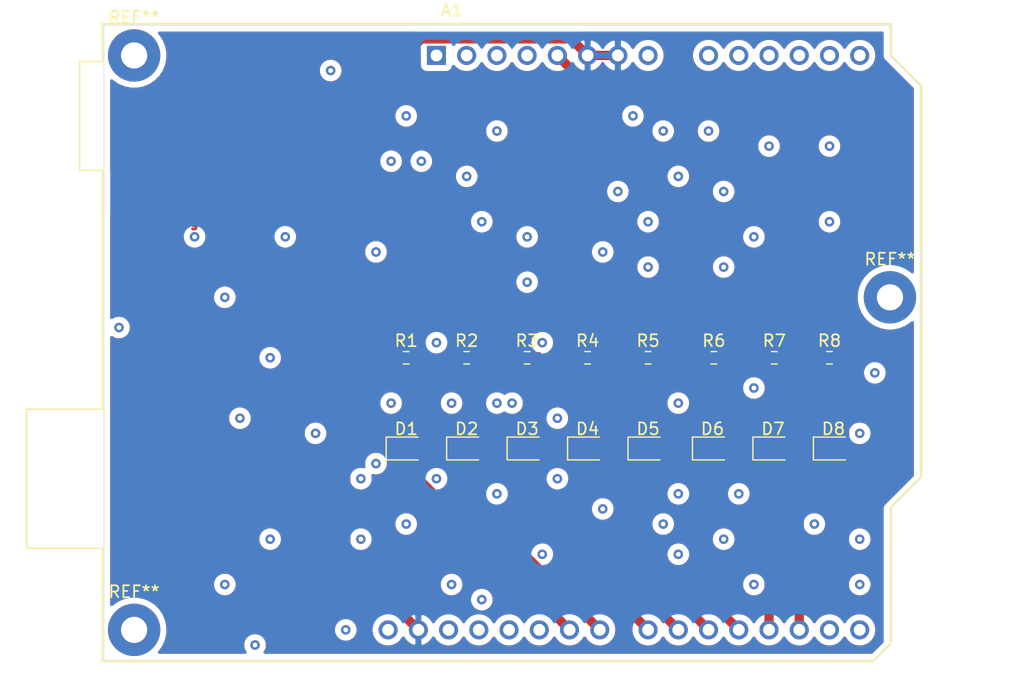
<source format=kicad_pcb>
(kicad_pcb (version 20171130) (host pcbnew "(5.1.10)-1")
  (layers (0 F.Cu signal) (31 B.Cu signal) (34 B.Paste user) (35 F.Paste user) (36 B.SilkS user) (37 F.SilkS user) (38 B.Mask user) (39 F.Mask user) (44 Edge.Cuts user))
  (net 0 "")
  (net 1 "Net-(A1-Pad16)")
  (net 2 "Net-(A1-Pad15)")
  (net 3 "Net-(A1-Pad14)")
  (net 4 "Net-(A1-Pad13)")
  (net 5 "Net-(A1-Pad28)")
  (net 6 "Net-(A1-Pad12)")
  (net 7 "Net-(A1-Pad27)")
  (net 8 "Net-(A1-Pad11)")
  (net 9 "Net-(A1-Pad26)")
  (net 10 "Net-(A1-Pad10)")
  (net 11 "Net-(A1-Pad25)")
  (net 12 "Net-(A1-Pad9)")
  (net 13 "Net-(A1-Pad24)")
  (net 14 "Net-(A1-Pad8)")
  (net 15 "Net-(A1-Pad23)")
  (net 16 GND)
  (net 17 "Net-(A1-Pad22)")
  (net 18 "Net-(A1-Pad21)")
  (net 19 "Net-(A1-Pad5)")
  (net 20 "Net-(A1-Pad20)")
  (net 21 "Net-(A1-Pad4)")
  (net 22 "Net-(A1-Pad19)")
  (net 23 "Net-(A1-Pad3)")
  (net 24 "Net-(A1-Pad18)")
  (net 25 "Net-(A1-Pad2)")
  (net 26 "Net-(A1-Pad17)")
  (net 27 "Net-(A1-Pad1)")
  (net 28 "Net-(A1-Pad30)")
  (net 29 "Net-(D1-Pad2)")
  (net 30 "Net-(D2-Pad2)")
  (net 31 "Net-(D3-Pad2)")
  (net 32 "Net-(D4-Pad2)")
  (net 33 "Net-(D5-Pad2)")
  (net 34 "Net-(D6-Pad2)")
  (net 35 "Net-(D7-Pad2)")
  (net 36 "Net-(D8-Pad2)")
  (module MountingHole:MountingHole_2.2mm_M2_Pad (layer F.Cu) (at 175.26 74.93)
    (fp_text reference REF** (at 0 -3.2) (layer F.SilkS))
    (fp_text value MountingHole_2.2mm_M2_Pad)
    (pad 1 thru_hole circle (at 0 0) (size 4.4 4.4) (drill 2.2) (layers *.Cu *.Mask))
  )
  (module MountingHole:MountingHole_2.2mm_M2_Pad (layer F.Cu) (at 111.76 102.87)
    (fp_text reference REF** (at 0 -3.2) (layer F.SilkS))
    (fp_text value MountingHole_2.2mm_M2_Pad)
    (pad 1 thru_hole circle (at 0 0) (size 4.4 4.4) (drill 2.2) (layers *.Cu *.Mask))
  )
  (module MountingHole:MountingHole_2.2mm_M2_Pad (layer F.Cu) (at 111.76 54.61)
    (fp_text reference REF** (at 0 -3.2) (layer F.SilkS))
    (fp_text value MountingHole_2.2mm_M2_Pad)
    (pad 1 thru_hole circle (at 0 0) (size 4.4 4.4) (drill 2.2) (layers *.Cu *.Mask))
  )
  (module Resistor_SMD:R_0603_1608Metric (layer F.Cu) (at 170.18 80.01)
    (fp_text reference R8 (at 0 -1.43) (layer F.SilkS))
    (fp_text value 247)
    (fp_line (start -0.237258 -0.5225) (end 0.237258 -0.5225) (layer F.SilkS) (width 0.12))
    (fp_line (start -0.237258 0.5225) (end 0.237258 0.5225) (layer F.SilkS) (width 0.12))
    (pad 2 smd roundrect (at 0.825 0) (size 0.8 0.95) (layers F.Cu F.Paste F.Mask) (net 36 "Net-(D8-Pad2)"))
    (pad 1 smd roundrect (at -0.825 0) (size 0.8 0.95) (layers F.Cu F.Paste F.Mask) (net 19 "Net-(A1-Pad5)"))
  )
  (module Resistor_SMD:R_0603_1608Metric (layer F.Cu) (at 165.545 80.01)
    (fp_text reference R7 (at 0 -1.43) (layer F.SilkS))
    (fp_text value 247)
    (fp_line (start -0.237258 -0.5225) (end 0.237258 -0.5225) (layer F.SilkS) (width 0.12))
    (fp_line (start -0.237258 0.5225) (end 0.237258 0.5225) (layer F.SilkS) (width 0.12))
    (pad 2 smd roundrect (at 0.825 0) (size 0.8 0.95) (layers F.Cu F.Paste F.Mask) (net 35 "Net-(D7-Pad2)"))
    (pad 1 smd roundrect (at -0.825 0) (size 0.8 0.95) (layers F.Cu F.Paste F.Mask) (net 19 "Net-(A1-Pad5)"))
  )
  (module Resistor_SMD:R_0603_1608Metric (layer F.Cu) (at 160.465 80.01)
    (fp_text reference R6 (at 0 -1.43) (layer F.SilkS))
    (fp_text value 247)
    (fp_line (start -0.237258 -0.5225) (end 0.237258 -0.5225) (layer F.SilkS) (width 0.12))
    (fp_line (start -0.237258 0.5225) (end 0.237258 0.5225) (layer F.SilkS) (width 0.12))
    (pad 2 smd roundrect (at 0.825 0) (size 0.8 0.95) (layers F.Cu F.Paste F.Mask) (net 34 "Net-(D6-Pad2)"))
    (pad 1 smd roundrect (at -0.825 0) (size 0.8 0.95) (layers F.Cu F.Paste F.Mask) (net 19 "Net-(A1-Pad5)"))
  )
  (module Resistor_SMD:R_0603_1608Metric (layer F.Cu) (at 154.94 80.01)
    (fp_text reference R5 (at 0 -1.43) (layer F.SilkS))
    (fp_text value 247)
    (fp_line (start -0.237258 -0.5225) (end 0.237258 -0.5225) (layer F.SilkS) (width 0.12))
    (fp_line (start -0.237258 0.5225) (end 0.237258 0.5225) (layer F.SilkS) (width 0.12))
    (pad 2 smd roundrect (at 0.825 0) (size 0.8 0.95) (layers F.Cu F.Paste F.Mask) (net 33 "Net-(D5-Pad2)"))
    (pad 1 smd roundrect (at -0.825 0) (size 0.8 0.95) (layers F.Cu F.Paste F.Mask) (net 19 "Net-(A1-Pad5)"))
  )
  (module Resistor_SMD:R_0603_1608Metric (layer F.Cu) (at 149.86 80.01)
    (fp_text reference R4 (at 0 -1.43) (layer F.SilkS))
    (fp_text value 247)
    (fp_line (start -0.237258 -0.5225) (end 0.237258 -0.5225) (layer F.SilkS) (width 0.12))
    (fp_line (start -0.237258 0.5225) (end 0.237258 0.5225) (layer F.SilkS) (width 0.12))
    (pad 2 smd roundrect (at 0.825 0) (size 0.8 0.95) (layers F.Cu F.Paste F.Mask) (net 32 "Net-(D4-Pad2)"))
    (pad 1 smd roundrect (at -0.825 0) (size 0.8 0.95) (layers F.Cu F.Paste F.Mask) (net 19 "Net-(A1-Pad5)"))
  )
  (module Resistor_SMD:R_0603_1608Metric (layer F.Cu) (at 144.78 80.01)
    (fp_text reference R3 (at 0 -1.43) (layer F.SilkS))
    (fp_text value 247)
    (fp_line (start -0.237258 -0.5225) (end 0.237258 -0.5225) (layer F.SilkS) (width 0.12))
    (fp_line (start -0.237258 0.5225) (end 0.237258 0.5225) (layer F.SilkS) (width 0.12))
    (pad 2 smd roundrect (at 0.825 0) (size 0.8 0.95) (layers F.Cu F.Paste F.Mask) (net 31 "Net-(D3-Pad2)"))
    (pad 1 smd roundrect (at -0.825 0) (size 0.8 0.95) (layers F.Cu F.Paste F.Mask) (net 19 "Net-(A1-Pad5)"))
  )
  (module Resistor_SMD:R_0603_1608Metric (layer F.Cu) (at 139.7 80.01)
    (fp_text reference R2 (at 0 -1.43) (layer F.SilkS))
    (fp_text value 247)
    (fp_line (start -0.237258 -0.5225) (end 0.237258 -0.5225) (layer F.SilkS) (width 0.12))
    (fp_line (start -0.237258 0.5225) (end 0.237258 0.5225) (layer F.SilkS) (width 0.12))
    (pad 2 smd roundrect (at 0.825 0) (size 0.8 0.95) (layers F.Cu F.Paste F.Mask) (net 30 "Net-(D2-Pad2)"))
    (pad 1 smd roundrect (at -0.825 0) (size 0.8 0.95) (layers F.Cu F.Paste F.Mask) (net 19 "Net-(A1-Pad5)"))
  )
  (module Resistor_SMD:R_0603_1608Metric (layer F.Cu) (at 134.62 80.01)
    (fp_text reference R1 (at 0 -1.43) (layer F.SilkS))
    (fp_text value 247)
    (fp_line (start -0.237258 -0.5225) (end 0.237258 -0.5225) (layer F.SilkS) (width 0.12))
    (fp_line (start -0.237258 0.5225) (end 0.237258 0.5225) (layer F.SilkS) (width 0.12))
    (pad 2 smd roundrect (at 0.825 0) (size 0.8 0.95) (layers F.Cu F.Paste F.Mask) (net 29 "Net-(D1-Pad2)"))
    (pad 1 smd roundrect (at -0.825 0) (size 0.8 0.95) (layers F.Cu F.Paste F.Mask) (net 19 "Net-(A1-Pad5)"))
  )
  (module LED_SMD:LED_0805_2012Metric (layer F.Cu) (at 170.5125 87.63)
    (fp_text reference D8 (at 0 -1.65) (layer F.SilkS))
    (fp_text value LED)
    (fp_line (start 1 -0.96) (end -1.685 -0.96) (layer F.SilkS) (width 0.12))
    (fp_line (start -1.685 -0.96) (end -1.685 0.96) (layer F.SilkS) (width 0.12))
    (fp_line (start -1.685 0.96) (end 1 0.96) (layer F.SilkS) (width 0.12))
    (pad 2 smd roundrect (at 0.9375 0) (size 0.975 1.4) (layers F.Cu F.Paste F.Mask) (net 36 "Net-(D8-Pad2)"))
    (pad 1 smd roundrect (at -0.9375 0) (size 0.975 1.4) (layers F.Cu F.Paste F.Mask) (net 26 "Net-(A1-Pad17)"))
  )
  (module LED_SMD:LED_0805_2012Metric (layer F.Cu) (at 165.4325 87.63)
    (fp_text reference D7 (at 0 -1.65) (layer F.SilkS))
    (fp_text value LED)
    (fp_line (start 1 -0.96) (end -1.685 -0.96) (layer F.SilkS) (width 0.12))
    (fp_line (start -1.685 -0.96) (end -1.685 0.96) (layer F.SilkS) (width 0.12))
    (fp_line (start -1.685 0.96) (end 1 0.96) (layer F.SilkS) (width 0.12))
    (pad 2 smd roundrect (at 0.9375 0) (size 0.975 1.4) (layers F.Cu F.Paste F.Mask) (net 35 "Net-(D7-Pad2)"))
    (pad 1 smd roundrect (at -0.9375 0) (size 0.975 1.4) (layers F.Cu F.Paste F.Mask) (net 24 "Net-(A1-Pad18)"))
  )
  (module LED_SMD:LED_0805_2012Metric (layer F.Cu) (at 160.3525 87.63)
    (fp_text reference D6 (at 0 -1.65) (layer F.SilkS))
    (fp_text value LED)
    (fp_line (start 1 -0.96) (end -1.685 -0.96) (layer F.SilkS) (width 0.12))
    (fp_line (start -1.685 -0.96) (end -1.685 0.96) (layer F.SilkS) (width 0.12))
    (fp_line (start -1.685 0.96) (end 1 0.96) (layer F.SilkS) (width 0.12))
    (pad 2 smd roundrect (at 0.9375 0) (size 0.975 1.4) (layers F.Cu F.Paste F.Mask) (net 34 "Net-(D6-Pad2)"))
    (pad 1 smd roundrect (at -0.9375 0) (size 0.975 1.4) (layers F.Cu F.Paste F.Mask) (net 22 "Net-(A1-Pad19)"))
  )
  (module LED_SMD:LED_0805_2012Metric (layer F.Cu) (at 154.94 87.63)
    (fp_text reference D5 (at 0 -1.65) (layer F.SilkS))
    (fp_text value LED)
    (fp_line (start 1 -0.96) (end -1.685 -0.96) (layer F.SilkS) (width 0.12))
    (fp_line (start -1.685 -0.96) (end -1.685 0.96) (layer F.SilkS) (width 0.12))
    (fp_line (start -1.685 0.96) (end 1 0.96) (layer F.SilkS) (width 0.12))
    (pad 2 smd roundrect (at 0.9375 0) (size 0.975 1.4) (layers F.Cu F.Paste F.Mask) (net 33 "Net-(D5-Pad2)"))
    (pad 1 smd roundrect (at -0.9375 0) (size 0.975 1.4) (layers F.Cu F.Paste F.Mask) (net 20 "Net-(A1-Pad20)"))
  )
  (module LED_SMD:LED_0805_2012Metric (layer F.Cu) (at 149.86 87.63)
    (fp_text reference D4 (at 0 -1.65) (layer F.SilkS))
    (fp_text value LED)
    (fp_line (start 1 -0.96) (end -1.685 -0.96) (layer F.SilkS) (width 0.12))
    (fp_line (start -1.685 -0.96) (end -1.685 0.96) (layer F.SilkS) (width 0.12))
    (fp_line (start -1.685 0.96) (end 1 0.96) (layer F.SilkS) (width 0.12))
    (pad 2 smd roundrect (at 0.9375 0) (size 0.975 1.4) (layers F.Cu F.Paste F.Mask) (net 32 "Net-(D4-Pad2)"))
    (pad 1 smd roundrect (at -0.9375 0) (size 0.975 1.4) (layers F.Cu F.Paste F.Mask) (net 18 "Net-(A1-Pad21)"))
  )
  (module LED_SMD:LED_0805_2012Metric (layer F.Cu) (at 144.78 87.63)
    (fp_text reference D3 (at 0 -1.65) (layer F.SilkS))
    (fp_text value LED)
    (fp_line (start 1 -0.96) (end -1.685 -0.96) (layer F.SilkS) (width 0.12))
    (fp_line (start -1.685 -0.96) (end -1.685 0.96) (layer F.SilkS) (width 0.12))
    (fp_line (start -1.685 0.96) (end 1 0.96) (layer F.SilkS) (width 0.12))
    (pad 2 smd roundrect (at 0.9375 0) (size 0.975 1.4) (layers F.Cu F.Paste F.Mask) (net 31 "Net-(D3-Pad2)"))
    (pad 1 smd roundrect (at -0.9375 0) (size 0.975 1.4) (layers F.Cu F.Paste F.Mask) (net 17 "Net-(A1-Pad22)"))
  )
  (module LED_SMD:LED_0805_2012Metric (layer F.Cu) (at 139.7 87.63)
    (fp_text reference D2 (at 0 -1.65) (layer F.SilkS))
    (fp_text value LED)
    (fp_line (start 1 -0.96) (end -1.685 -0.96) (layer F.SilkS) (width 0.12))
    (fp_line (start -1.685 -0.96) (end -1.685 0.96) (layer F.SilkS) (width 0.12))
    (fp_line (start -1.685 0.96) (end 1 0.96) (layer F.SilkS) (width 0.12))
    (pad 2 smd roundrect (at 0.9375 0) (size 0.975 1.4) (layers F.Cu F.Paste F.Mask) (net 30 "Net-(D2-Pad2)"))
    (pad 1 smd roundrect (at -0.9375 0) (size 0.975 1.4) (layers F.Cu F.Paste F.Mask) (net 15 "Net-(A1-Pad23)"))
  )
  (module LED_SMD:LED_0805_2012Metric (layer F.Cu) (at 134.62 87.63)
    (fp_text reference D1 (at 0 -1.65) (layer F.SilkS))
    (fp_text value LED)
    (fp_line (start 1 -0.96) (end -1.685 -0.96) (layer F.SilkS) (width 0.12))
    (fp_line (start -1.685 -0.96) (end -1.685 0.96) (layer F.SilkS) (width 0.12))
    (fp_line (start -1.685 0.96) (end 1 0.96) (layer F.SilkS) (width 0.12))
    (pad 2 smd roundrect (at 0.9375 0) (size 0.975 1.4) (layers F.Cu F.Paste F.Mask) (net 29 "Net-(D1-Pad2)"))
    (pad 1 smd roundrect (at -0.9375 0) (size 0.975 1.4) (layers F.Cu F.Paste F.Mask) (net 13 "Net-(A1-Pad24)"))
  )
  (module Module:Arduino_UNO_R2 (layer F.Cu) (at 137.16 54.61)
    (fp_text reference A1 (at 1.27 -3.81 180) (layer F.SilkS))
    (fp_text value Arduino_UNO_R2)
    (fp_line (start 40.77 35.31) (end 40.77 2.54) (layer F.SilkS) (width 0.12))
    (fp_line (start 40.77 2.54) (end 38.23 0) (layer F.SilkS) (width 0.12))
    (fp_line (start 38.23 0) (end 38.23 -2.67) (layer F.SilkS) (width 0.12))
    (fp_line (start 38.23 -2.67) (end -28.07 -2.67) (layer F.SilkS) (width 0.12))
    (fp_line (start -28.07 -2.67) (end -28.07 0.51) (layer F.SilkS) (width 0.12))
    (fp_line (start -28.07 0.51) (end -29.97 0.51) (layer F.SilkS) (width 0.12))
    (fp_line (start -29.97 0.51) (end -29.97 9.65) (layer F.SilkS) (width 0.12))
    (fp_line (start -29.97 9.65) (end -28.07 9.65) (layer F.SilkS) (width 0.12))
    (fp_line (start -28.07 9.65) (end -28.07 29.72) (layer F.SilkS) (width 0.12))
    (fp_line (start -28.07 29.72) (end -34.42 29.72) (layer F.SilkS) (width 0.12))
    (fp_line (start -34.42 29.72) (end -34.42 41.4) (layer F.SilkS) (width 0.12))
    (fp_line (start -34.42 41.4) (end -28.07 41.4) (layer F.SilkS) (width 0.12))
    (fp_line (start -28.07 41.4) (end -28.07 50.93) (layer F.SilkS) (width 0.12))
    (fp_line (start -28.07 50.93) (end 36.58 50.93) (layer F.SilkS) (width 0.12))
    (fp_line (start 36.58 50.93) (end 38.23 49.28) (layer F.SilkS) (width 0.12))
    (fp_line (start 38.23 49.28) (end 38.23 37.85) (layer F.SilkS) (width 0.12))
    (fp_line (start 38.23 37.85) (end 40.77 35.31) (layer F.SilkS) (width 0.12))
    (pad 16 thru_hole oval (at 33.02 48.26 90) (size 1.6 1.6) (drill 1) (layers *.Cu *.Mask) (net 1 "Net-(A1-Pad16)"))
    (pad 15 thru_hole oval (at 35.56 48.26 90) (size 1.6 1.6) (drill 1) (layers *.Cu *.Mask) (net 2 "Net-(A1-Pad15)"))
    (pad 14 thru_hole oval (at 35.56 0 90) (size 1.6 1.6) (drill 1) (layers *.Cu *.Mask) (net 3 "Net-(A1-Pad14)"))
    (pad 13 thru_hole oval (at 33.02 0 90) (size 1.6 1.6) (drill 1) (layers *.Cu *.Mask) (net 4 "Net-(A1-Pad13)"))
    (pad 28 thru_hole oval (at 1.02 48.26 90) (size 1.6 1.6) (drill 1) (layers *.Cu *.Mask) (net 5 "Net-(A1-Pad28)"))
    (pad 12 thru_hole oval (at 30.48 0 90) (size 1.6 1.6) (drill 1) (layers *.Cu *.Mask) (net 6 "Net-(A1-Pad12)"))
    (pad 27 thru_hole oval (at 3.56 48.26 90) (size 1.6 1.6) (drill 1) (layers *.Cu *.Mask) (net 7 "Net-(A1-Pad27)"))
    (pad 11 thru_hole oval (at 27.94 0 90) (size 1.6 1.6) (drill 1) (layers *.Cu *.Mask) (net 8 "Net-(A1-Pad11)"))
    (pad 26 thru_hole oval (at 6.1 48.26 90) (size 1.6 1.6) (drill 1) (layers *.Cu *.Mask) (net 9 "Net-(A1-Pad26)"))
    (pad 10 thru_hole oval (at 25.4 0 90) (size 1.6 1.6) (drill 1) (layers *.Cu *.Mask) (net 10 "Net-(A1-Pad10)"))
    (pad 25 thru_hole oval (at 8.64 48.26 90) (size 1.6 1.6) (drill 1) (layers *.Cu *.Mask) (net 11 "Net-(A1-Pad25)"))
    (pad 9 thru_hole oval (at 22.86 0 90) (size 1.6 1.6) (drill 1) (layers *.Cu *.Mask) (net 12 "Net-(A1-Pad9)"))
    (pad 24 thru_hole oval (at 11.18 48.26 90) (size 1.6 1.6) (drill 1) (layers *.Cu *.Mask) (net 13 "Net-(A1-Pad24)"))
    (pad 8 thru_hole oval (at 17.78 0 90) (size 1.6 1.6) (drill 1) (layers *.Cu *.Mask) (net 14 "Net-(A1-Pad8)"))
    (pad 23 thru_hole oval (at 13.72 48.26 90) (size 1.6 1.6) (drill 1) (layers *.Cu *.Mask) (net 15 "Net-(A1-Pad23)"))
    (pad 7 thru_hole oval (at 15.24 0 90) (size 1.6 1.6) (drill 1) (layers *.Cu *.Mask) (net 16 GND))
    (pad 22 thru_hole oval (at 17.78 48.26 90) (size 1.6 1.6) (drill 1) (layers *.Cu *.Mask) (net 17 "Net-(A1-Pad22)"))
    (pad 6 thru_hole oval (at 12.7 0 90) (size 1.6 1.6) (drill 1) (layers *.Cu *.Mask) (net 16 GND))
    (pad 21 thru_hole oval (at 20.32 48.26 90) (size 1.6 1.6) (drill 1) (layers *.Cu *.Mask) (net 18 "Net-(A1-Pad21)"))
    (pad 5 thru_hole oval (at 10.16 0 90) (size 1.6 1.6) (drill 1) (layers *.Cu *.Mask) (net 19 "Net-(A1-Pad5)"))
    (pad 20 thru_hole oval (at 22.86 48.26 90) (size 1.6 1.6) (drill 1) (layers *.Cu *.Mask) (net 20 "Net-(A1-Pad20)"))
    (pad 4 thru_hole oval (at 7.62 0 90) (size 1.6 1.6) (drill 1) (layers *.Cu *.Mask) (net 21 "Net-(A1-Pad4)"))
    (pad 19 thru_hole oval (at 25.4 48.26 90) (size 1.6 1.6) (drill 1) (layers *.Cu *.Mask) (net 22 "Net-(A1-Pad19)"))
    (pad 3 thru_hole oval (at 5.08 0 90) (size 1.6 1.6) (drill 1) (layers *.Cu *.Mask) (net 23 "Net-(A1-Pad3)"))
    (pad 18 thru_hole oval (at 27.94 48.26 90) (size 1.6 1.6) (drill 1) (layers *.Cu *.Mask) (net 24 "Net-(A1-Pad18)"))
    (pad 2 thru_hole oval (at 2.54 0 90) (size 1.6 1.6) (drill 1) (layers *.Cu *.Mask) (net 25 "Net-(A1-Pad2)"))
    (pad 17 thru_hole oval (at 30.48 48.26 90) (size 1.6 1.6) (drill 1) (layers *.Cu *.Mask) (net 26 "Net-(A1-Pad17)"))
    (pad 1 thru_hole rect (at 0 0 90) (size 1.6 1.6) (drill 1) (layers *.Cu *.Mask) (net 27 "Net-(A1-Pad1)"))
    (pad 30 thru_hole oval (at -4.06 48.26 90) (size 1.6 1.6) (drill 1) (layers *.Cu *.Mask) (net 28 "Net-(A1-Pad30)"))
    (pad 29 thru_hole oval (at -1.52 48.26 90) (size 1.6 1.6) (drill 1) (layers *.Cu *.Mask) (net 16 GND))
  )
  (gr_text "Hieu Ngan Designs" (at 118.11 68.58) (layer F.Cu) (effects (font (size 0.8 0.8) (thickness 0.2))))
  (gr_text "ARDUINO UNO SHIELD" (at 119.38 66.04) (layer F.Cu) (effects (font (size 1.5 1.1) (thickness 0.275))))
  (gr_line (start 109.22 105.41) (end 109.22 52.07) (layer Edge.Cuts) (width 0.05))
  (gr_line (start 173.99 105.41) (end 109.22 105.41) (layer Edge.Cuts) (width 0.05))
  (gr_line (start 175.26 104.14) (end 173.99 105.41) (layer Edge.Cuts) (width 0.05))
  (gr_line (start 175.26 92.71) (end 175.26 104.14) (layer Edge.Cuts) (width 0.05))
  (gr_line (start 177.8 90.17) (end 175.26 92.71) (layer Edge.Cuts) (width 0.05))
  (gr_line (start 177.8 57.15) (end 177.8 90.17) (layer Edge.Cuts) (width 0.05))
  (gr_line (start 175.26 54.61) (end 177.8 57.15) (layer Edge.Cuts) (width 0.05))
  (gr_line (start 175.26 52.07) (end 175.26 54.61) (layer Edge.Cuts) (width 0.05))
  (gr_line (start 109.22 52.07) (end 175.26 52.07) (layer Edge.Cuts) (width 0.05))
  (via (at 119.38 74.93) (size 0.8) (drill 0.4) (layers F.Cu B.Cu) (net 0))
  (via (at 124.46 69.85) (size 0.8) (drill 0.4) (layers F.Cu B.Cu) (net 0))
  (via (at 135.89 63.5) (size 0.8) (drill 0.4) (layers F.Cu B.Cu) (net 0))
  (via (at 140.97 68.58) (size 0.8) (drill 0.4) (layers F.Cu B.Cu) (net 0))
  (via (at 161.29 66.04) (size 0.8) (drill 0.4) (layers F.Cu B.Cu) (net 0))
  (via (at 156.21 60.96) (size 0.8) (drill 0.4) (layers F.Cu B.Cu) (net 0))
  (via (at 170.18 62.23) (size 0.8) (drill 0.4) (layers F.Cu B.Cu) (net 0))
  (via (at 170.18 68.58) (size 0.8) (drill 0.4) (layers F.Cu B.Cu) (net 0))
  (via (at 161.29 72.39) (size 0.8) (drill 0.4) (layers F.Cu B.Cu) (net 0))
  (via (at 128.27 55.88) (size 0.8) (drill 0.4) (layers F.Cu B.Cu) (net 0))
  (via (at 154.94 68.58) (size 0.8) (drill 0.4) (layers F.Cu B.Cu) (net 0))
  (via (at 142.24 60.96) (size 0.8) (drill 0.4) (layers F.Cu B.Cu) (net 0))
  (via (at 123.19 80.01) (size 0.8) (drill 0.4) (layers F.Cu B.Cu) (net 0))
  (via (at 116.84 69.85) (size 0.8) (drill 0.4) (layers F.Cu B.Cu) (net 0))
  (via (at 110.49 77.47) (size 0.8) (drill 0.4) (layers F.Cu B.Cu) (net 0))
  (via (at 120.65 85.09) (size 0.8) (drill 0.4) (layers F.Cu B.Cu) (net 0))
  (via (at 123.19 95.25) (size 0.8) (drill 0.4) (layers F.Cu B.Cu) (net 0))
  (via (at 119.38 99.06) (size 0.8) (drill 0.4) (layers F.Cu B.Cu) (net 0))
  (via (at 121.92 104.14) (size 0.8) (drill 0.4) (layers F.Cu B.Cu) (net 0))
  (via (at 129.54 102.87) (size 0.8) (drill 0.4) (layers F.Cu B.Cu) (net 0))
  (via (at 127 86.36) (size 0.8) (drill 0.4) (layers F.Cu B.Cu) (net 0))
  (via (at 134.62 93.98) (size 0.8) (drill 0.4) (layers F.Cu B.Cu) (net 0))
  (via (at 138.43 99.06) (size 0.8) (drill 0.4) (layers F.Cu B.Cu) (net 0))
  (via (at 140.97 100.33) (size 0.8) (drill 0.4) (layers F.Cu B.Cu) (net 0))
  (via (at 137.16 90.17) (size 0.8) (drill 0.4) (layers F.Cu B.Cu) (net 0))
  (via (at 142.24 91.44) (size 0.8) (drill 0.4) (layers F.Cu B.Cu) (net 0))
  (via (at 146.05 96.52) (size 0.8) (drill 0.4) (layers F.Cu B.Cu) (net 0))
  (via (at 147.32 90.17) (size 0.8) (drill 0.4) (layers F.Cu B.Cu) (net 0))
  (via (at 151.13 92.71) (size 0.8) (drill 0.4) (layers F.Cu B.Cu) (net 0))
  (via (at 156.21 93.98) (size 0.8) (drill 0.4) (layers F.Cu B.Cu) (net 0))
  (via (at 157.48 96.52) (size 0.8) (drill 0.4) (layers F.Cu B.Cu) (net 0))
  (via (at 157.48 91.44) (size 0.8) (drill 0.4) (layers F.Cu B.Cu) (net 0))
  (via (at 157.48 83.82) (size 0.8) (drill 0.4) (layers F.Cu B.Cu) (net 0))
  (via (at 147.32 85.09) (size 0.8) (drill 0.4) (layers F.Cu B.Cu) (net 0))
  (via (at 146.05 78.74) (size 0.8) (drill 0.4) (layers F.Cu B.Cu) (net 0))
  (via (at 142.24 83.82) (size 0.8) (drill 0.4) (layers F.Cu B.Cu) (net 0))
  (via (at 143.51 83.82) (size 0.8) (drill 0.4) (layers F.Cu B.Cu) (net 0))
  (via (at 138.43 83.82) (size 0.8) (drill 0.4) (layers F.Cu B.Cu) (net 0))
  (via (at 137.16 78.74) (size 0.8) (drill 0.4) (layers F.Cu B.Cu) (net 0))
  (via (at 133.35 83.82) (size 0.8) (drill 0.4) (layers F.Cu B.Cu) (net 0))
  (via (at 132.08 88.9) (size 0.8) (drill 0.4) (layers F.Cu B.Cu) (net 0))
  (via (at 130.81 90.17) (size 0.8) (drill 0.4) (layers F.Cu B.Cu) (net 0))
  (via (at 130.81 95.25) (size 0.8) (drill 0.4) (layers F.Cu B.Cu) (net 0))
  (via (at 132.08 71.12) (size 0.8) (drill 0.4) (layers F.Cu B.Cu) (net 0))
  (via (at 133.35 63.5) (size 0.8) (drill 0.4) (layers F.Cu B.Cu) (net 0))
  (via (at 134.62 59.69) (size 0.8) (drill 0.4) (layers F.Cu B.Cu) (net 0))
  (via (at 139.7 64.77) (size 0.8) (drill 0.4) (layers F.Cu B.Cu) (net 0))
  (via (at 144.78 69.85) (size 0.8) (drill 0.4) (layers F.Cu B.Cu) (net 0))
  (via (at 144.78 73.66) (size 0.8) (drill 0.4) (layers F.Cu B.Cu) (net 0))
  (via (at 153.67 59.69) (size 0.8) (drill 0.4) (layers F.Cu B.Cu) (net 0))
  (via (at 152.4 66.04) (size 0.8) (drill 0.4) (layers F.Cu B.Cu) (net 0))
  (via (at 151.13 71.12) (size 0.8) (drill 0.4) (layers F.Cu B.Cu) (net 0))
  (via (at 154.94 72.39) (size 0.8) (drill 0.4) (layers F.Cu B.Cu) (net 0))
  (via (at 157.48 64.77) (size 0.8) (drill 0.4) (layers F.Cu B.Cu) (net 0))
  (via (at 160.02 60.96) (size 0.8) (drill 0.4) (layers F.Cu B.Cu) (net 0))
  (via (at 165.1 62.23) (size 0.8) (drill 0.4) (layers F.Cu B.Cu) (net 0))
  (via (at 163.83 69.85) (size 0.8) (drill 0.4) (layers F.Cu B.Cu) (net 0))
  (via (at 173.99 81.28) (size 0.8) (drill 0.4) (layers F.Cu B.Cu) (net 0))
  (via (at 172.72 86.36) (size 0.8) (drill 0.4) (layers F.Cu B.Cu) (net 0))
  (via (at 172.72 95.25) (size 0.8) (drill 0.4) (layers F.Cu B.Cu) (net 0))
  (via (at 168.91 93.98) (size 0.8) (drill 0.4) (layers F.Cu B.Cu) (net 0))
  (via (at 172.72 99.06) (size 0.8) (drill 0.4) (layers F.Cu B.Cu) (net 0))
  (via (at 162.56 91.44) (size 0.8) (drill 0.4) (layers F.Cu B.Cu) (net 0))
  (via (at 161.29 95.25) (size 0.8) (drill 0.4) (layers F.Cu B.Cu) (net 0))
  (via (at 163.83 99.06) (size 0.8) (drill 0.4) (layers F.Cu B.Cu) (net 0))
  (via (at 163.83 82.55) (size 0.8) (drill 0.4) (layers F.Cu B.Cu) (net 0))
  (segment (start 133.6825 88.2125) (end 133.6825 87.63) (width 0.78) (layer F.Cu) (net 13))
  (segment (start 148.34 102.87) (end 133.6825 88.2125) (width 0.78) (layer F.Cu) (net 13))
  (segment (start 138.7625 90.7525) (end 138.7625 87.63) (width 0.78) (layer F.Cu) (net 15))
  (segment (start 150.88 102.87) (end 138.7625 90.7525) (width 0.78) (layer F.Cu) (net 15))
  (segment (start 135.64 102.87) (end 129.54 96.77) (width 0.78) (layer F.Cu) (net 16))
  (segment (start 148.469999 53.219999) (end 149.86 54.61) (width 0.78) (layer F.Cu) (net 16))
  (segment (start 135.887999 53.219999) (end 148.469999 53.219999) (width 0.78) (layer F.Cu) (net 16))
  (segment (start 129.54 59.567998) (end 135.887999 53.219999) (width 0.78) (layer F.Cu) (net 16))
  (segment (start 129.54 96.77) (end 129.54 59.567998) (width 0.78) (layer F.Cu) (net 16))
  (segment (start 152.4 54.61) (end 149.86 54.61) (width 0.78) (layer F.Cu) (net 16))
  (segment (start 143.8425 91.7725) (end 143.8425 87.63) (width 0.78) (layer F.Cu) (net 17))
  (segment (start 154.94 102.87) (end 143.8425 91.7725) (width 0.78) (layer F.Cu) (net 17))
  (segment (start 148.9225 94.3125) (end 148.9225 87.63) (width 0.78) (layer F.Cu) (net 18))
  (segment (start 157.48 102.87) (end 148.9225 94.3125) (width 0.78) (layer F.Cu) (net 18))
  (segment (start 134.86001 78.94499) (end 134.86001 76.44001) (width 0.78) (layer F.Cu) (net 19))
  (segment (start 133.795 80.01) (end 134.86001 78.94499) (width 0.78) (layer F.Cu) (net 19))
  (segment (start 134.86001 76.44001) (end 135.10002 76.2) (width 0.78) (layer F.Cu) (net 19))
  (segment (start 166.37 77.025) (end 169.355 80.01) (width 0.78) (layer F.Cu) (net 19))
  (segment (start 166.37 76.2) (end 166.37 77.025) (width 0.78) (layer F.Cu) (net 19))
  (segment (start 138.875 76.645) (end 138.43 76.2) (width 0.78) (layer F.Cu) (net 19))
  (segment (start 138.875 80.01) (end 138.875 76.645) (width 0.78) (layer F.Cu) (net 19))
  (segment (start 135.10002 76.2) (end 138.43 76.2) (width 0.78) (layer F.Cu) (net 19))
  (segment (start 143.955 76.645) (end 143.51 76.2) (width 0.78) (layer F.Cu) (net 19))
  (segment (start 143.955 80.01) (end 143.955 76.645) (width 0.78) (layer F.Cu) (net 19))
  (segment (start 138.43 76.2) (end 143.51 76.2) (width 0.78) (layer F.Cu) (net 19))
  (segment (start 149.035 76.645) (end 148.59 76.2) (width 0.78) (layer F.Cu) (net 19))
  (segment (start 149.035 80.01) (end 149.035 76.645) (width 0.78) (layer F.Cu) (net 19))
  (segment (start 143.51 76.2) (end 148.59 76.2) (width 0.78) (layer F.Cu) (net 19))
  (segment (start 154.115 76.645) (end 153.67 76.2) (width 0.78) (layer F.Cu) (net 19))
  (segment (start 154.115 80.01) (end 154.115 76.645) (width 0.78) (layer F.Cu) (net 19))
  (segment (start 148.59 76.2) (end 153.67 76.2) (width 0.78) (layer F.Cu) (net 19))
  (segment (start 159.64 77.09) (end 158.75 76.2) (width 0.78) (layer F.Cu) (net 19))
  (segment (start 159.64 80.01) (end 159.64 77.09) (width 0.78) (layer F.Cu) (net 19))
  (segment (start 153.67 76.2) (end 158.75 76.2) (width 0.78) (layer F.Cu) (net 19))
  (segment (start 164.72 77.09) (end 163.83 76.2) (width 0.78) (layer F.Cu) (net 19))
  (segment (start 164.72 80.01) (end 164.72 77.09) (width 0.78) (layer F.Cu) (net 19))
  (segment (start 163.83 76.2) (end 166.37 76.2) (width 0.78) (layer F.Cu) (net 19))
  (segment (start 158.75 76.2) (end 163.83 76.2) (width 0.78) (layer F.Cu) (net 19))
  (segment (start 148.59 55.88) (end 147.32 54.61) (width 0.78) (layer F.Cu) (net 19))
  (segment (start 148.59 76.2) (end 148.59 55.88) (width 0.78) (layer F.Cu) (net 19))
  (segment (start 154.0025 96.8525) (end 154.0025 87.63) (width 0.78) (layer F.Cu) (net 20))
  (segment (start 160.02 102.87) (end 154.0025 96.8525) (width 0.78) (layer F.Cu) (net 20))
  (segment (start 159.415 99.725) (end 159.415 87.63) (width 0.78) (layer F.Cu) (net 22))
  (segment (start 162.56 102.87) (end 159.415 99.725) (width 0.78) (layer F.Cu) (net 22))
  (segment (start 165.1 88.235) (end 164.495 87.63) (width 0.78) (layer F.Cu) (net 24))
  (segment (start 165.1 102.87) (end 165.1 88.235) (width 0.78) (layer F.Cu) (net 24))
  (segment (start 167.64 89.565) (end 169.575 87.63) (width 0.78) (layer F.Cu) (net 26))
  (segment (start 167.64 102.87) (end 167.64 89.565) (width 0.78) (layer F.Cu) (net 26))
  (segment (start 135.5575 87.63) (end 135.5575 80.3425) (width 0.78) (layer F.Cu) (net 29))
  (segment (start 140.6375 80.1225) (end 140.525 80.01) (width 0.78) (layer F.Cu) (net 30))
  (segment (start 140.6375 87.63) (end 140.6375 80.1225) (width 0.78) (layer F.Cu) (net 30))
  (segment (start 145.7175 80.1225) (end 145.605 80.01) (width 0.78) (layer F.Cu) (net 31))
  (segment (start 145.7175 87.63) (end 145.7175 80.1225) (width 0.78) (layer F.Cu) (net 31))
  (segment (start 150.7975 80.1225) (end 150.685 80.01) (width 0.78) (layer F.Cu) (net 32))
  (segment (start 150.7975 87.63) (end 150.7975 80.1225) (width 0.78) (layer F.Cu) (net 32))
  (segment (start 155.8775 80.1225) (end 155.765 80.01) (width 0.78) (layer F.Cu) (net 33))
  (segment (start 155.8775 87.63) (end 155.8775 80.1225) (width 0.78) (layer F.Cu) (net 33))
  (segment (start 161.29 87.63) (end 161.29 80.01) (width 0.78) (layer F.Cu) (net 34))
  (segment (start 166.37 87.63) (end 166.37 80.01) (width 0.78) (layer F.Cu) (net 35))
  (segment (start 171.45 80.455) (end 171.005 80.01) (width 0.78) (layer F.Cu) (net 36))
  (segment (start 171.45 87.63) (end 171.45 80.455) (width 0.78) (layer F.Cu) (net 36))
  (zone (net 0) (net_name "") (layer F.Cu) (connect_pads (clearance 0.508)) (min_thickness 0.254) (fill yes (arc_segments 32) (thermal_gap 0.508) (thermal_bridge_width 0.508))
    (polygon (pts (xy 177.8 105.41) (xy 109.22 105.41) (xy 109.22 52.07) (xy 177.8 52.07)))
  )
  (zone (net 16) (net_name GND) (layer B.Cu) (connect_pads (clearance 0.508)) (min_thickness 0.254) (fill yes (arc_segments 32) (thermal_gap 0.508) (thermal_bridge_width 0.508))
    (polygon (pts (xy 177.8 105.41) (xy 109.22 105.41) (xy 109.22 52.07) (xy 177.8 52.07)))
  )
)
</source>
